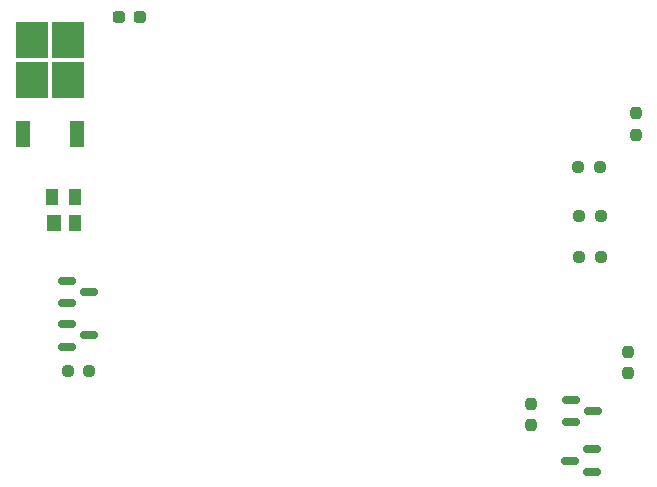
<source format=gbr>
%TF.GenerationSoftware,KiCad,Pcbnew,(6.0.1-0)*%
%TF.CreationDate,2023-02-28T13:35:44-05:00*%
%TF.ProjectId,Front Board,46726f6e-7420-4426-9f61-72642e6b6963,rev?*%
%TF.SameCoordinates,Original*%
%TF.FileFunction,Paste,Top*%
%TF.FilePolarity,Positive*%
%FSLAX46Y46*%
G04 Gerber Fmt 4.6, Leading zero omitted, Abs format (unit mm)*
G04 Created by KiCad (PCBNEW (6.0.1-0)) date 2023-02-28 13:35:44*
%MOMM*%
%LPD*%
G01*
G04 APERTURE LIST*
G04 Aperture macros list*
%AMRoundRect*
0 Rectangle with rounded corners*
0 $1 Rounding radius*
0 $2 $3 $4 $5 $6 $7 $8 $9 X,Y pos of 4 corners*
0 Add a 4 corners polygon primitive as box body*
4,1,4,$2,$3,$4,$5,$6,$7,$8,$9,$2,$3,0*
0 Add four circle primitives for the rounded corners*
1,1,$1+$1,$2,$3*
1,1,$1+$1,$4,$5*
1,1,$1+$1,$6,$7*
1,1,$1+$1,$8,$9*
0 Add four rect primitives between the rounded corners*
20,1,$1+$1,$2,$3,$4,$5,0*
20,1,$1+$1,$4,$5,$6,$7,0*
20,1,$1+$1,$6,$7,$8,$9,0*
20,1,$1+$1,$8,$9,$2,$3,0*%
G04 Aperture macros list end*
%ADD10R,1.200000X2.200000*%
%ADD11R,2.750000X3.050000*%
%ADD12RoundRect,0.150000X-0.587500X-0.150000X0.587500X-0.150000X0.587500X0.150000X-0.587500X0.150000X0*%
%ADD13RoundRect,0.237500X-0.250000X-0.237500X0.250000X-0.237500X0.250000X0.237500X-0.250000X0.237500X0*%
%ADD14RoundRect,0.237500X-0.237500X0.250000X-0.237500X-0.250000X0.237500X-0.250000X0.237500X0.250000X0*%
%ADD15RoundRect,0.237500X0.287500X0.237500X-0.287500X0.237500X-0.287500X-0.237500X0.287500X-0.237500X0*%
%ADD16RoundRect,0.237500X0.237500X-0.250000X0.237500X0.250000X-0.237500X0.250000X-0.237500X-0.250000X0*%
%ADD17RoundRect,0.237500X0.250000X0.237500X-0.250000X0.237500X-0.250000X-0.237500X0.250000X-0.237500X0*%
%ADD18R,1.200000X1.400000*%
%ADD19R,1.000000X1.400000*%
%ADD20RoundRect,0.150000X0.587500X0.150000X-0.587500X0.150000X-0.587500X-0.150000X0.587500X-0.150000X0*%
G04 APERTURE END LIST*
D10*
%TO.C,U2*%
X128530000Y-73200000D03*
X123970000Y-73200000D03*
D11*
X127775000Y-65225000D03*
X124725000Y-65225000D03*
X127775000Y-68575000D03*
X124725000Y-68575000D03*
%TD*%
D12*
%TO.C,Q1*%
X170362500Y-95680000D03*
X170362500Y-97580000D03*
X172237500Y-96630000D03*
%TD*%
D13*
%TO.C,R6*%
X171075000Y-83630000D03*
X172900000Y-83630000D03*
%TD*%
D14*
%TO.C,R8*%
X175900000Y-71417500D03*
X175900000Y-73242500D03*
%TD*%
D15*
%TO.C,D2*%
X133875000Y-63250000D03*
X132125000Y-63250000D03*
%TD*%
D12*
%TO.C,D4*%
X127662500Y-85580000D03*
X127662500Y-87480000D03*
X129537500Y-86530000D03*
%TD*%
D16*
%TO.C,R7*%
X175200000Y-93442500D03*
X175200000Y-91617500D03*
%TD*%
D17*
%TO.C,R9*%
X129600000Y-93230000D03*
X127775000Y-93230000D03*
%TD*%
%TO.C,R5*%
X172912500Y-80130000D03*
X171087500Y-80130000D03*
%TD*%
D14*
%TO.C,R3*%
X167000000Y-96017500D03*
X167000000Y-97842500D03*
%TD*%
D18*
%TO.C,D3*%
X126630000Y-80730000D03*
D19*
X128350000Y-80730000D03*
X128350000Y-78530000D03*
X126450000Y-78530000D03*
%TD*%
D13*
%TO.C,R4*%
X170975000Y-75930000D03*
X172800000Y-75930000D03*
%TD*%
D12*
%TO.C,D5*%
X127662500Y-89280000D03*
X127662500Y-91180000D03*
X129537500Y-90230000D03*
%TD*%
D20*
%TO.C,D6*%
X172137500Y-101780000D03*
X172137500Y-99880000D03*
X170262500Y-100830000D03*
%TD*%
M02*

</source>
